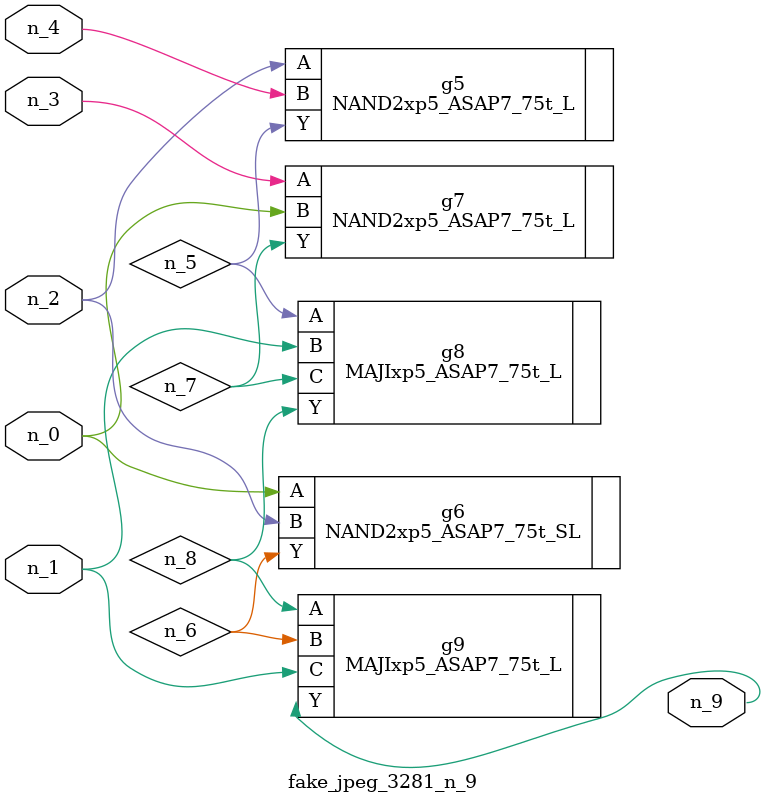
<source format=v>
module fake_jpeg_3281_n_9 (n_3, n_2, n_1, n_0, n_4, n_9);

input n_3;
input n_2;
input n_1;
input n_0;
input n_4;

output n_9;

wire n_8;
wire n_6;
wire n_5;
wire n_7;

NAND2xp5_ASAP7_75t_L g5 ( 
.A(n_2),
.B(n_4),
.Y(n_5)
);

NAND2xp5_ASAP7_75t_SL g6 ( 
.A(n_0),
.B(n_2),
.Y(n_6)
);

NAND2xp5_ASAP7_75t_L g7 ( 
.A(n_3),
.B(n_0),
.Y(n_7)
);

MAJIxp5_ASAP7_75t_L g8 ( 
.A(n_5),
.B(n_1),
.C(n_7),
.Y(n_8)
);

MAJIxp5_ASAP7_75t_L g9 ( 
.A(n_8),
.B(n_6),
.C(n_1),
.Y(n_9)
);


endmodule
</source>
